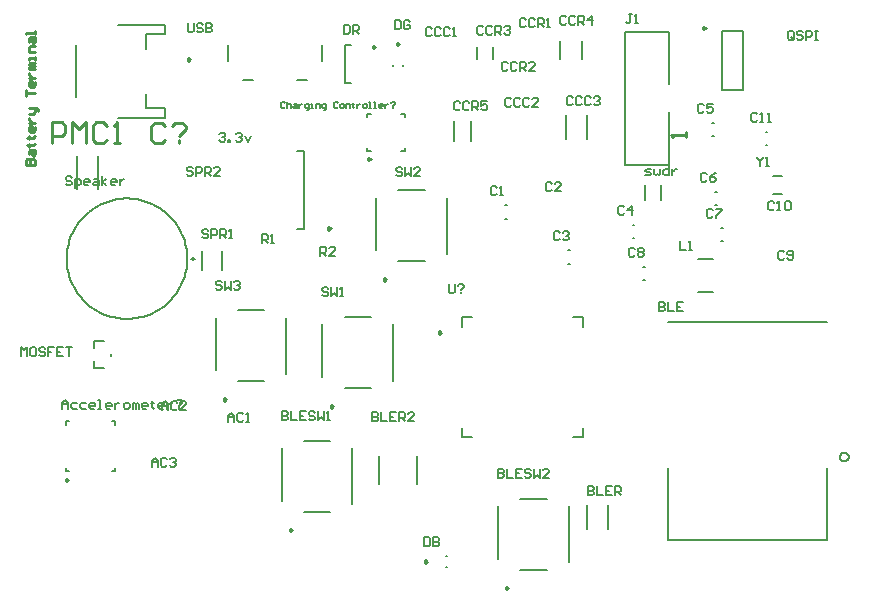
<source format=gto>
G04*
G04 #@! TF.GenerationSoftware,Altium Limited,Altium Designer,21.1.1 (26)*
G04*
G04 Layer_Color=65535*
%FSLAX25Y25*%
%MOIN*%
G70*
G04*
G04 #@! TF.SameCoordinates,FA571921-0CF2-429E-B5E0-1F6894B57ED5*
G04*
G04*
G04 #@! TF.FilePolarity,Positive*
G04*
G01*
G75*
%ADD10C,0.00984*%
%ADD11C,0.00591*%
%ADD12C,0.00787*%
%ADD13C,0.00600*%
%ADD14C,0.00500*%
%ADD15C,0.01000*%
D10*
X214339Y487496D02*
X213600Y487922D01*
Y487070D01*
X214339Y487496D01*
X222492Y488587D02*
X221754Y489013D01*
Y488160D01*
X222492Y488587D01*
X212882Y450240D02*
X212144Y450666D01*
Y449814D01*
X212882Y450240D01*
X324543Y493847D02*
X323805Y494273D01*
Y493420D01*
X324543Y493847D01*
X236335Y392362D02*
X235596Y392788D01*
Y391936D01*
X236335Y392362D01*
X218134Y410087D02*
X217396Y410513D01*
Y409660D01*
X218134Y410087D01*
X200276Y367791D02*
X199538Y368218D01*
Y367365D01*
X200276Y367791D01*
X231653Y316000D02*
X230915Y316426D01*
Y315574D01*
X231653Y316000D01*
X258776Y307291D02*
X258037Y307718D01*
Y306865D01*
X258776Y307291D01*
X186634Y326587D02*
X185896Y327013D01*
Y326160D01*
X186634Y326587D01*
X152630Y483437D02*
X151892Y483863D01*
Y483011D01*
X152630Y483437D01*
X199528Y427087D02*
X198789Y427513D01*
Y426660D01*
X199528Y427087D01*
X164634Y370087D02*
X163896Y370513D01*
Y369660D01*
X164634Y370087D01*
X111921Y343280D02*
X111183Y343706D01*
Y342853D01*
X111921Y343280D01*
D11*
X151736Y417000D02*
X151711Y418001D01*
X151636Y418999D01*
X151512Y419993D01*
X151338Y420978D01*
X151115Y421955D01*
X150844Y422918D01*
X150525Y423867D01*
X150160Y424799D01*
X149748Y425712D01*
X149291Y426603D01*
X148790Y427470D01*
X148247Y428311D01*
X147663Y429124D01*
X147039Y429906D01*
X146376Y430657D01*
X145677Y431374D01*
X144943Y432055D01*
X144176Y432698D01*
X143378Y433303D01*
X142551Y433867D01*
X141697Y434389D01*
X140817Y434867D01*
X139916Y435302D01*
X138993Y435691D01*
X138052Y436033D01*
X137095Y436328D01*
X136125Y436575D01*
X135144Y436774D01*
X134154Y436923D01*
X133158Y437023D01*
X132158Y437073D01*
X131157D01*
X130157Y437023D01*
X129161Y436923D01*
X128171Y436774D01*
X127190Y436575D01*
X126219Y436328D01*
X125263Y436033D01*
X124322Y435691D01*
X123399Y435302D01*
X122497Y434867D01*
X121618Y434389D01*
X120764Y433867D01*
X119937Y433303D01*
X119139Y432698D01*
X118372Y432055D01*
X117638Y431374D01*
X116939Y430657D01*
X116276Y429906D01*
X115652Y429124D01*
X115068Y428311D01*
X114524Y427470D01*
X114024Y426603D01*
X113567Y425712D01*
X113155Y424799D01*
X112790Y423867D01*
X112471Y422918D01*
X112199Y421955D01*
X111977Y420978D01*
X111803Y419993D01*
X111678Y418999D01*
X111604Y418001D01*
X111579Y417000D01*
X111604Y415999D01*
X111678Y415001D01*
X111803Y414007D01*
X111977Y413022D01*
X112199Y412045D01*
X112471Y411082D01*
X112790Y410133D01*
X113155Y409201D01*
X113567Y408288D01*
X114024Y407397D01*
X114524Y406530D01*
X115068Y405689D01*
X115652Y404876D01*
X116276Y404094D01*
X116939Y403343D01*
X117638Y402626D01*
X118372Y401945D01*
X119139Y401302D01*
X119937Y400697D01*
X120764Y400133D01*
X121618Y399611D01*
X122497Y399132D01*
X123399Y398698D01*
X124322Y398309D01*
X125263Y397967D01*
X126219Y397672D01*
X127190Y397425D01*
X128171Y397226D01*
X129161Y397077D01*
X130157Y396977D01*
X131157Y396927D01*
X132158D01*
X133158Y396977D01*
X134154Y397077D01*
X135144Y397226D01*
X136125Y397425D01*
X137096Y397672D01*
X138052Y397967D01*
X138993Y398309D01*
X139916Y398698D01*
X140818Y399132D01*
X141697Y399611D01*
X142551Y400133D01*
X143378Y400697D01*
X144176Y401302D01*
X144943Y401945D01*
X145677Y402626D01*
X146376Y403343D01*
X147039Y404094D01*
X147663Y404876D01*
X148247Y405689D01*
X148791Y406530D01*
X149291Y407397D01*
X149748Y408288D01*
X150160Y409201D01*
X150525Y410133D01*
X150844Y411082D01*
X151115Y412045D01*
X151338Y413022D01*
X151512Y414008D01*
X151636Y415001D01*
X151711Y415999D01*
X151736Y417000D01*
D12*
X372203Y350839D02*
X371871Y351751D01*
X371030Y352237D01*
X370074Y352068D01*
X369450Y351324D01*
Y350353D01*
X370074Y349609D01*
X371030Y349441D01*
X371871Y349926D01*
X372203Y350839D01*
X278154Y457039D02*
Y464961D01*
X284846Y457039D02*
Y464961D01*
X204201Y475685D02*
Y488283D01*
X206268D01*
X204201Y475685D02*
X206268D01*
X223772Y481303D02*
Y481697D01*
X220228Y481303D02*
Y481697D01*
X224201Y452799D02*
Y453921D01*
X223079Y452799D02*
X224201D01*
Y464079D02*
Y465201D01*
X223079D02*
X224201D01*
X211799D02*
X212921D01*
X211799Y464079D02*
Y465201D01*
Y452799D02*
Y453921D01*
Y452799D02*
X212921D01*
X283240Y483547D02*
Y489453D01*
X275957Y483547D02*
Y489453D01*
X240601Y456208D02*
Y462792D01*
X246399Y456208D02*
Y462792D01*
X253657Y483433D02*
Y487567D01*
X248343Y483433D02*
Y487567D01*
X153705Y416409D02*
Y417591D01*
X153114Y417000D02*
X154295D01*
X329957Y473157D02*
Y492843D01*
X337043Y473157D02*
Y492843D01*
X329957D02*
X337043D01*
X329957Y473157D02*
X337043D01*
X365075Y323083D02*
Y347295D01*
X311925Y395917D02*
X365075D01*
X311925Y323083D02*
Y347295D01*
Y323083D02*
X365075D01*
X347122Y438547D02*
X349878D01*
X347122Y444453D02*
X349878D01*
X243421Y394331D02*
Y397579D01*
Y357421D02*
Y360669D01*
X280331Y357421D02*
X283579D01*
X243421D02*
X246669D01*
X283579Y394331D02*
Y397579D01*
Y357421D02*
Y360669D01*
X280331Y397579D02*
X283579D01*
X243421D02*
X246669D01*
X222169Y416189D02*
X230941D01*
X222059Y439811D02*
X230941D01*
X238311Y418638D02*
Y437362D01*
X214689Y419732D02*
Y437362D01*
X122067Y440220D02*
Y451292D01*
X114933Y440220D02*
Y451292D01*
X204311Y373894D02*
X213083D01*
X204201Y397516D02*
X213083D01*
X220453Y376343D02*
Y395067D01*
X196831Y377437D02*
Y395067D01*
X304343Y436495D02*
Y441505D01*
X309657Y436495D02*
Y441505D01*
X228496Y341917D02*
Y351366D01*
X215504Y341917D02*
Y351366D01*
X238051Y314228D02*
X238445D01*
X238051Y317772D02*
X238445D01*
X262811Y313394D02*
X271583D01*
X262701Y337016D02*
X271583D01*
X278953Y315843D02*
Y334567D01*
X255331Y316937D02*
Y334567D01*
X190669Y332689D02*
X199441D01*
X190559Y356311D02*
X199441D01*
X206811Y335138D02*
Y353862D01*
X183189Y336232D02*
Y353862D01*
X285154Y327039D02*
Y334961D01*
X291846Y327039D02*
Y334961D01*
X170370Y476508D02*
X173717D01*
X165252Y483004D02*
Y488319D01*
X196748Y483004D02*
Y488319D01*
X188283Y476508D02*
X191630D01*
X114539Y470839D02*
Y488161D01*
X128713Y463949D02*
X144461D01*
Y467098D01*
X138161D02*
X144461D01*
X138161D02*
Y472020D01*
Y486980D02*
Y491902D01*
X144461D01*
Y495051D01*
X128713D02*
X144461D01*
X188406Y427008D02*
X190571D01*
X188406Y452992D02*
X190571D01*
Y427008D02*
Y452992D01*
X163346Y413350D02*
Y419650D01*
X156654Y413350D02*
Y419650D01*
X257803Y434764D02*
X258197D01*
X257803Y430236D02*
X258197D01*
X168669Y376189D02*
X177441D01*
X168559Y399811D02*
X177441D01*
X184811Y378638D02*
Y397362D01*
X161189Y379732D02*
Y397362D01*
X300303Y428264D02*
X300697D01*
X300303Y423736D02*
X300697D01*
X278803Y419764D02*
X279197D01*
X278803Y415236D02*
X279197D01*
X303803Y414264D02*
X304197D01*
X303803Y409736D02*
X304197D01*
X329803Y427264D02*
X330197D01*
X329803Y422736D02*
X330197D01*
X327803Y439264D02*
X328197D01*
X327803Y434736D02*
X328197D01*
X326803Y462264D02*
X327197D01*
X326803Y457736D02*
X327197D01*
X322043Y405988D02*
X327161D01*
X322043Y417012D02*
X327161D01*
X344654Y459264D02*
X345047D01*
X344654Y454736D02*
X345047D01*
X127768Y346232D02*
Y347315D01*
X126685Y346232D02*
X127768D01*
Y361685D02*
Y362768D01*
X126685D02*
X127768D01*
X111232D02*
X112315D01*
X111232Y361685D02*
Y362768D01*
Y346232D02*
Y347315D01*
Y346232D02*
X112315D01*
D13*
X120533Y380563D02*
Y382803D01*
X126455Y384638D02*
Y385362D01*
X120533Y389437D02*
X123894D01*
X120533Y387197D02*
Y389437D01*
Y380563D02*
X123894D01*
D14*
X297717Y448354D02*
Y492646D01*
Y448354D02*
X312283D01*
X297717Y492646D02*
X312283D01*
Y448354D02*
Y465874D01*
Y475126D02*
Y492646D01*
X280299Y470699D02*
X279800Y471199D01*
X278800D01*
X278300Y470699D01*
Y468700D01*
X278800Y468200D01*
X279800D01*
X280299Y468700D01*
X283298Y470699D02*
X282799Y471199D01*
X281799D01*
X281299Y470699D01*
Y468700D01*
X281799Y468200D01*
X282799D01*
X283298Y468700D01*
X286297Y470699D02*
X285798Y471199D01*
X284798D01*
X284298Y470699D01*
Y468700D01*
X284798Y468200D01*
X285798D01*
X286297Y468700D01*
X287297Y470699D02*
X287797Y471199D01*
X288797D01*
X289296Y470699D01*
Y470199D01*
X288797Y469699D01*
X288297D01*
X288797D01*
X289296Y469200D01*
Y468700D01*
X288797Y468200D01*
X287797D01*
X287297Y468700D01*
X259799Y470099D02*
X259299Y470599D01*
X258300D01*
X257800Y470099D01*
Y468100D01*
X258300Y467600D01*
X259299D01*
X259799Y468100D01*
X262798Y470099D02*
X262298Y470599D01*
X261299D01*
X260799Y470099D01*
Y468100D01*
X261299Y467600D01*
X262298D01*
X262798Y468100D01*
X265797Y470099D02*
X265298Y470599D01*
X264298D01*
X263798Y470099D01*
Y468100D01*
X264298Y467600D01*
X265298D01*
X265797Y468100D01*
X268796Y467600D02*
X266797D01*
X268796Y469599D01*
Y470099D01*
X268297Y470599D01*
X267297D01*
X266797Y470099D01*
X203900Y494999D02*
Y492000D01*
X205399D01*
X205899Y492500D01*
Y494499D01*
X205399Y494999D01*
X203900D01*
X206899Y492000D02*
Y494999D01*
X208399D01*
X208898Y494499D01*
Y493500D01*
X208399Y493000D01*
X206899D01*
X207899D02*
X208898Y492000D01*
X221001Y496499D02*
Y493501D01*
X222500D01*
X223000Y494000D01*
Y496000D01*
X222500Y496499D01*
X221001D01*
X225999Y496000D02*
X225499Y496499D01*
X224500D01*
X224000Y496000D01*
Y494000D01*
X224500Y493501D01*
X225499D01*
X225999Y494000D01*
Y495000D01*
X224999D01*
X184339Y469000D02*
X184006Y469333D01*
X183339D01*
X183006Y469000D01*
Y467667D01*
X183339Y467334D01*
X184006D01*
X184339Y467667D01*
X185005Y469333D02*
Y467334D01*
Y468333D01*
X185339Y468666D01*
X186005D01*
X186338Y468333D01*
Y467334D01*
X187338Y468666D02*
X188005D01*
X188338Y468333D01*
Y467334D01*
X187338D01*
X187005Y467667D01*
X187338Y468000D01*
X188338D01*
X189004Y468666D02*
Y467334D01*
Y468000D01*
X189337Y468333D01*
X189671Y468666D01*
X190004D01*
X191670Y466667D02*
X192003D01*
X192336Y467000D01*
Y468666D01*
X191337D01*
X191004Y468333D01*
Y467667D01*
X191337Y467334D01*
X192336D01*
X193003D02*
X193669D01*
X193336D01*
Y468666D01*
X193003D01*
X194669Y467334D02*
Y468666D01*
X195669D01*
X196002Y468333D01*
Y467334D01*
X197335Y466667D02*
X197668D01*
X198001Y467000D01*
Y468666D01*
X197002D01*
X196668Y468333D01*
Y467667D01*
X197002Y467334D01*
X198001D01*
X202000Y469000D02*
X201667Y469333D01*
X201000D01*
X200667Y469000D01*
Y467667D01*
X201000Y467334D01*
X201667D01*
X202000Y467667D01*
X203000Y467334D02*
X203666D01*
X203999Y467667D01*
Y468333D01*
X203666Y468666D01*
X203000D01*
X202666Y468333D01*
Y467667D01*
X203000Y467334D01*
X204666D02*
Y468666D01*
X205665D01*
X205999Y468333D01*
Y467334D01*
X206998Y469000D02*
Y468666D01*
X206665D01*
X207332D01*
X206998D01*
Y467667D01*
X207332Y467334D01*
X208331Y468666D02*
Y467334D01*
Y468000D01*
X208664Y468333D01*
X208998Y468666D01*
X209331D01*
X210664Y467334D02*
X211330D01*
X211664Y467667D01*
Y468333D01*
X211330Y468666D01*
X210664D01*
X210331Y468333D01*
Y467667D01*
X210664Y467334D01*
X212330D02*
X212996D01*
X212663D01*
Y469333D01*
X212330D01*
X213996Y467334D02*
X214663D01*
X214329D01*
Y469333D01*
X213996D01*
X216662Y467334D02*
X215996D01*
X215662Y467667D01*
Y468333D01*
X215996Y468666D01*
X216662D01*
X216995Y468333D01*
Y468000D01*
X215662D01*
X217662Y468666D02*
Y467334D01*
Y468000D01*
X217995Y468333D01*
X218328Y468666D01*
X218661D01*
X219661Y469000D02*
X219994Y469333D01*
X220661D01*
X220994Y469000D01*
Y468666D01*
X220327Y468000D01*
Y467667D02*
Y467334D01*
X278099Y497499D02*
X277600Y497999D01*
X276600D01*
X276100Y497499D01*
Y495500D01*
X276600Y495000D01*
X277600D01*
X278099Y495500D01*
X281098Y497499D02*
X280598Y497999D01*
X279599D01*
X279099Y497499D01*
Y495500D01*
X279599Y495000D01*
X280598D01*
X281098Y495500D01*
X282098Y495000D02*
Y497999D01*
X283598D01*
X284097Y497499D01*
Y496499D01*
X283598Y496000D01*
X282098D01*
X283098D02*
X284097Y495000D01*
X286597D02*
Y497999D01*
X285097Y496499D01*
X287096D01*
X264599Y496599D02*
X264100Y497099D01*
X263100D01*
X262600Y496599D01*
Y494600D01*
X263100Y494100D01*
X264100D01*
X264599Y494600D01*
X267598Y496599D02*
X267098Y497099D01*
X266099D01*
X265599Y496599D01*
Y494600D01*
X266099Y494100D01*
X267098D01*
X267598Y494600D01*
X268598Y494100D02*
Y497099D01*
X270098D01*
X270597Y496599D01*
Y495600D01*
X270098Y495100D01*
X268598D01*
X269598D02*
X270597Y494100D01*
X271597D02*
X272597D01*
X272097D01*
Y497099D01*
X271597Y496599D01*
X258599Y482099D02*
X258100Y482599D01*
X257100D01*
X256600Y482099D01*
Y480100D01*
X257100Y479600D01*
X258100D01*
X258599Y480100D01*
X261598Y482099D02*
X261099Y482599D01*
X260099D01*
X259599Y482099D01*
Y480100D01*
X260099Y479600D01*
X261099D01*
X261598Y480100D01*
X262598Y479600D02*
Y482599D01*
X264098D01*
X264597Y482099D01*
Y481100D01*
X264098Y480600D01*
X262598D01*
X263598D02*
X264597Y479600D01*
X267596D02*
X265597D01*
X267596Y481599D01*
Y482099D01*
X267097Y482599D01*
X266097D01*
X265597Y482099D01*
X242699Y468999D02*
X242199Y469499D01*
X241200D01*
X240700Y468999D01*
Y467000D01*
X241200Y466500D01*
X242199D01*
X242699Y467000D01*
X245698Y468999D02*
X245198Y469499D01*
X244199D01*
X243699Y468999D01*
Y467000D01*
X244199Y466500D01*
X245198D01*
X245698Y467000D01*
X246698Y466500D02*
Y469499D01*
X248198D01*
X248697Y468999D01*
Y468000D01*
X248198Y467500D01*
X246698D01*
X247698D02*
X248697Y466500D01*
X251696Y469499D02*
X249697D01*
Y468000D01*
X250697Y468499D01*
X251197D01*
X251696Y468000D01*
Y467000D01*
X251197Y466500D01*
X250197D01*
X249697Y467000D01*
X250399Y494199D02*
X249900Y494699D01*
X248900D01*
X248400Y494199D01*
Y492200D01*
X248900Y491700D01*
X249900D01*
X250399Y492200D01*
X253398Y494199D02*
X252899Y494699D01*
X251899D01*
X251399Y494199D01*
Y492200D01*
X251899Y491700D01*
X252899D01*
X253398Y492200D01*
X254398Y491700D02*
Y494699D01*
X255898D01*
X256397Y494199D01*
Y493199D01*
X255898Y492700D01*
X254398D01*
X255398D02*
X256397Y491700D01*
X257397Y494199D02*
X257897Y494699D01*
X258897D01*
X259396Y494199D01*
Y493699D01*
X258897Y493199D01*
X258397D01*
X258897D01*
X259396Y492700D01*
Y492200D01*
X258897Y491700D01*
X257897D01*
X257397Y492200D01*
X233299Y493599D02*
X232800Y494099D01*
X231800D01*
X231300Y493599D01*
Y491600D01*
X231800Y491100D01*
X232800D01*
X233299Y491600D01*
X236298Y493599D02*
X235799Y494099D01*
X234799D01*
X234299Y493599D01*
Y491600D01*
X234799Y491100D01*
X235799D01*
X236298Y491600D01*
X239297Y493599D02*
X238798Y494099D01*
X237798D01*
X237298Y493599D01*
Y491600D01*
X237798Y491100D01*
X238798D01*
X239297Y491600D01*
X240297Y491100D02*
X241297D01*
X240797D01*
Y494099D01*
X240297Y493599D01*
X341600Y450999D02*
Y450499D01*
X342600Y449500D01*
X343599Y450499D01*
Y450999D01*
X342600Y449500D02*
Y448000D01*
X344599D02*
X345599D01*
X345099D01*
Y450999D01*
X344599Y450499D01*
X152001Y495500D02*
Y493000D01*
X152501Y492500D01*
X153501D01*
X154001Y493000D01*
Y495500D01*
X157000Y495000D02*
X156500Y495500D01*
X155500D01*
X155000Y495000D01*
Y494500D01*
X155500Y494000D01*
X156500D01*
X157000Y493500D01*
Y493000D01*
X156500Y492500D01*
X155500D01*
X155000Y493000D01*
X157999Y495500D02*
Y492500D01*
X159499D01*
X159999Y493000D01*
Y493500D01*
X159499Y494000D01*
X157999D01*
X159499D01*
X159999Y494500D01*
Y495000D01*
X159499Y495500D01*
X157999D01*
X239001Y408499D02*
Y406000D01*
X239501Y405501D01*
X240500D01*
X241000Y406000D01*
Y408499D01*
X242000Y408000D02*
X242500Y408499D01*
X243499D01*
X243999Y408000D01*
Y407500D01*
X243000Y406500D01*
Y406000D02*
Y405501D01*
X304400Y444800D02*
X305900D01*
X306399Y445300D01*
X305900Y445800D01*
X304900D01*
X304400Y446300D01*
X304900Y446799D01*
X306399D01*
X307399D02*
Y445300D01*
X307899Y444800D01*
X308399Y445300D01*
X308898Y444800D01*
X309398Y445300D01*
Y446799D01*
X312397Y447799D02*
Y444800D01*
X310898D01*
X310398Y445300D01*
Y446300D01*
X310898Y446799D01*
X312397D01*
X313397D02*
Y444800D01*
Y445800D01*
X313897Y446300D01*
X314397Y446799D01*
X314897D01*
X163199Y409199D02*
X162699Y409699D01*
X161700D01*
X161200Y409199D01*
Y408699D01*
X161700Y408200D01*
X162699D01*
X163199Y407700D01*
Y407200D01*
X162699Y406700D01*
X161700D01*
X161200Y407200D01*
X164199Y409699D02*
Y406700D01*
X165199Y407700D01*
X166198Y406700D01*
Y409699D01*
X167198Y409199D02*
X167698Y409699D01*
X168698D01*
X169197Y409199D01*
Y408699D01*
X168698Y408200D01*
X168198D01*
X168698D01*
X169197Y407700D01*
Y407200D01*
X168698Y406700D01*
X167698D01*
X167198Y407200D01*
X223501Y447000D02*
X223001Y447500D01*
X222001D01*
X221501Y447000D01*
Y446500D01*
X222001Y446000D01*
X223001D01*
X223501Y445500D01*
Y445000D01*
X223001Y444500D01*
X222001D01*
X221501Y445000D01*
X224500Y447500D02*
Y444500D01*
X225500Y445500D01*
X226500Y444500D01*
Y447500D01*
X229499Y444500D02*
X227499D01*
X229499Y446500D01*
Y447000D01*
X228999Y447500D01*
X227999D01*
X227499Y447000D01*
X198799Y406899D02*
X198300Y407399D01*
X197300D01*
X196800Y406899D01*
Y406399D01*
X197300Y405899D01*
X198300D01*
X198799Y405400D01*
Y404900D01*
X198300Y404400D01*
X197300D01*
X196800Y404900D01*
X199799Y407399D02*
Y404400D01*
X200799Y405400D01*
X201798Y404400D01*
Y407399D01*
X202798Y404400D02*
X203798D01*
X203298D01*
Y407399D01*
X202798Y406899D01*
X153599Y447099D02*
X153100Y447599D01*
X152100D01*
X151600Y447099D01*
Y446599D01*
X152100Y446100D01*
X153100D01*
X153599Y445600D01*
Y445100D01*
X153100Y444600D01*
X152100D01*
X151600Y445100D01*
X154599Y444600D02*
Y447599D01*
X156099D01*
X156598Y447099D01*
Y446100D01*
X156099Y445600D01*
X154599D01*
X157598Y444600D02*
Y447599D01*
X159098D01*
X159597Y447099D01*
Y446100D01*
X159098Y445600D01*
X157598D01*
X158598D02*
X159597Y444600D01*
X162596D02*
X160597D01*
X162596Y446599D01*
Y447099D01*
X162097Y447599D01*
X161097D01*
X160597Y447099D01*
X158799Y426299D02*
X158300Y426799D01*
X157300D01*
X156800Y426299D01*
Y425799D01*
X157300Y425300D01*
X158300D01*
X158799Y424800D01*
Y424300D01*
X158300Y423800D01*
X157300D01*
X156800Y424300D01*
X159799Y423800D02*
Y426799D01*
X161299D01*
X161798Y426299D01*
Y425300D01*
X161299Y424800D01*
X159799D01*
X162798Y423800D02*
Y426799D01*
X164298D01*
X164797Y426299D01*
Y425300D01*
X164298Y424800D01*
X162798D01*
X163798D02*
X164797Y423800D01*
X165797D02*
X166797D01*
X166297D01*
Y426799D01*
X165797Y426299D01*
X113299Y443899D02*
X112800Y444399D01*
X111800D01*
X111300Y443899D01*
Y443399D01*
X111800Y442900D01*
X112800D01*
X113299Y442400D01*
Y441900D01*
X112800Y441400D01*
X111800D01*
X111300Y441900D01*
X114299Y440400D02*
Y443399D01*
X115799D01*
X116298Y442900D01*
Y441900D01*
X115799Y441400D01*
X114299D01*
X118798D02*
X117798D01*
X117298Y441900D01*
Y442900D01*
X117798Y443399D01*
X118798D01*
X119297Y442900D01*
Y442400D01*
X117298D01*
X120797Y443399D02*
X121797D01*
X122296Y442900D01*
Y441400D01*
X120797D01*
X120297Y441900D01*
X120797Y442400D01*
X122296D01*
X123296Y441400D02*
Y444399D01*
Y442400D02*
X124796Y443399D01*
X123296Y442400D02*
X124796Y441400D01*
X127795D02*
X126795D01*
X126295Y441900D01*
Y442900D01*
X126795Y443399D01*
X127795D01*
X128295Y442900D01*
Y442400D01*
X126295D01*
X129294Y443399D02*
Y441400D01*
Y442400D01*
X129794Y442900D01*
X130294Y443399D01*
X130794D01*
X196100Y417900D02*
Y420899D01*
X197599D01*
X198099Y420399D01*
Y419399D01*
X197599Y418900D01*
X196100D01*
X197100D02*
X198099Y417900D01*
X201098D02*
X199099D01*
X201098Y419899D01*
Y420399D01*
X200599Y420899D01*
X199599D01*
X199099Y420399D01*
X176600Y422200D02*
Y425199D01*
X178100D01*
X178599Y424699D01*
Y423700D01*
X178100Y423200D01*
X176600D01*
X177600D02*
X178599Y422200D01*
X179599D02*
X180599D01*
X180099D01*
Y425199D01*
X179599Y424699D01*
X354001Y490500D02*
Y492500D01*
X353501Y493000D01*
X352502D01*
X352002Y492500D01*
Y490500D01*
X352502Y490000D01*
X353501D01*
X353001Y491000D02*
X354001Y490000D01*
X353501D02*
X354001Y490500D01*
X357000Y492500D02*
X356500Y493000D01*
X355501D01*
X355001Y492500D01*
Y492000D01*
X355501Y491500D01*
X356500D01*
X357000Y491000D01*
Y490500D01*
X356500Y490000D01*
X355501D01*
X355001Y490500D01*
X358000Y490000D02*
Y493000D01*
X359499D01*
X359999Y492500D01*
Y491500D01*
X359499Y491000D01*
X358000D01*
X360999Y493000D02*
X361998D01*
X361498D01*
Y490000D01*
X360999D01*
X361998D01*
X96497Y384501D02*
Y387499D01*
X97496Y386500D01*
X98496Y387499D01*
Y384501D01*
X100995Y387499D02*
X99996D01*
X99496Y387000D01*
Y385000D01*
X99996Y384501D01*
X100995D01*
X101495Y385000D01*
Y387000D01*
X100995Y387499D01*
X104494Y387000D02*
X103994Y387499D01*
X102995D01*
X102495Y387000D01*
Y386500D01*
X102995Y386000D01*
X103994D01*
X104494Y385500D01*
Y385000D01*
X103994Y384501D01*
X102995D01*
X102495Y385000D01*
X107493Y387499D02*
X105494D01*
Y386000D01*
X106493D01*
X105494D01*
Y384501D01*
X110492Y387499D02*
X108493D01*
Y384501D01*
X110492D01*
X108493Y386000D02*
X109493D01*
X111492Y387499D02*
X113491D01*
X112492D01*
Y384501D01*
X315900Y422999D02*
Y420000D01*
X317899D01*
X318899D02*
X319899D01*
X319399D01*
Y422999D01*
X318899Y422499D01*
X299999Y498399D02*
X299000D01*
X299500D01*
Y495900D01*
X299000Y495400D01*
X298500D01*
X298000Y495900D01*
X300999Y495400D02*
X301999D01*
X301499D01*
Y498399D01*
X300999Y497899D01*
X230700Y324099D02*
Y321100D01*
X232200D01*
X232699Y321600D01*
Y323599D01*
X232200Y324099D01*
X230700D01*
X233699D02*
Y321100D01*
X235198D01*
X235698Y321600D01*
Y322100D01*
X235198Y322600D01*
X233699D01*
X235198D01*
X235698Y323099D01*
Y323599D01*
X235198Y324099D01*
X233699D01*
X341699Y465199D02*
X341199Y465699D01*
X340200D01*
X339700Y465199D01*
Y463200D01*
X340200Y462700D01*
X341199D01*
X341699Y463200D01*
X342699Y462700D02*
X343699D01*
X343199D01*
Y465699D01*
X342699Y465199D01*
X345198Y462700D02*
X346198D01*
X345698D01*
Y465699D01*
X345198Y465199D01*
X347399Y435699D02*
X346900Y436199D01*
X345900D01*
X345400Y435699D01*
Y433700D01*
X345900Y433200D01*
X346900D01*
X347399Y433700D01*
X348399Y433200D02*
X349399D01*
X348899D01*
Y436199D01*
X348399Y435699D01*
X350898D02*
X351398Y436199D01*
X352398D01*
X352898Y435699D01*
Y433700D01*
X352398Y433200D01*
X351398D01*
X350898Y433700D01*
Y435699D01*
X350699Y419199D02*
X350200Y419699D01*
X349200D01*
X348700Y419199D01*
Y417200D01*
X349200Y416700D01*
X350200D01*
X350699Y417200D01*
X351699D02*
X352199Y416700D01*
X353199D01*
X353698Y417200D01*
Y419199D01*
X353199Y419699D01*
X352199D01*
X351699Y419199D01*
Y418699D01*
X352199Y418199D01*
X353698D01*
X300899Y420199D02*
X300399Y420699D01*
X299400D01*
X298900Y420199D01*
Y418200D01*
X299400Y417700D01*
X300399D01*
X300899Y418200D01*
X301899Y420199D02*
X302399Y420699D01*
X303398D01*
X303898Y420199D01*
Y419699D01*
X303398Y419200D01*
X303898Y418700D01*
Y418200D01*
X303398Y417700D01*
X302399D01*
X301899Y418200D01*
Y418700D01*
X302399Y419200D01*
X301899Y419699D01*
Y420199D01*
X302399Y419200D02*
X303398D01*
X326899Y433199D02*
X326399Y433699D01*
X325400D01*
X324900Y433199D01*
Y431200D01*
X325400Y430700D01*
X326399D01*
X326899Y431200D01*
X327899Y433699D02*
X329898D01*
Y433199D01*
X327899Y431200D01*
Y430700D01*
X324899Y445199D02*
X324399Y445699D01*
X323400D01*
X322900Y445199D01*
Y443200D01*
X323400Y442700D01*
X324399D01*
X324899Y443200D01*
X327898Y445699D02*
X326899Y445199D01*
X325899Y444200D01*
Y443200D01*
X326399Y442700D01*
X327398D01*
X327898Y443200D01*
Y443700D01*
X327398Y444200D01*
X325899D01*
X323899Y468199D02*
X323399Y468699D01*
X322400D01*
X321900Y468199D01*
Y466200D01*
X322400Y465700D01*
X323399D01*
X323899Y466200D01*
X326898Y468699D02*
X324899D01*
Y467200D01*
X325899Y467699D01*
X326398D01*
X326898Y467200D01*
Y466200D01*
X326398Y465700D01*
X325399D01*
X324899Y466200D01*
X297399Y434199D02*
X296900Y434699D01*
X295900D01*
X295400Y434199D01*
Y432200D01*
X295900Y431700D01*
X296900D01*
X297399Y432200D01*
X299899Y431700D02*
Y434699D01*
X298399Y433200D01*
X300398D01*
X275899Y425699D02*
X275399Y426199D01*
X274400D01*
X273900Y425699D01*
Y423700D01*
X274400Y423200D01*
X275399D01*
X275899Y423700D01*
X276899Y425699D02*
X277399Y426199D01*
X278398D01*
X278898Y425699D01*
Y425199D01*
X278398Y424699D01*
X277899D01*
X278398D01*
X278898Y424200D01*
Y423700D01*
X278398Y423200D01*
X277399D01*
X276899Y423700D01*
X273199Y441999D02*
X272699Y442499D01*
X271700D01*
X271200Y441999D01*
Y440000D01*
X271700Y439500D01*
X272699D01*
X273199Y440000D01*
X276198Y439500D02*
X274199D01*
X276198Y441499D01*
Y441999D01*
X275698Y442499D01*
X274699D01*
X274199Y441999D01*
X254899Y440699D02*
X254399Y441199D01*
X253400D01*
X252900Y440699D01*
Y438700D01*
X253400Y438200D01*
X254399D01*
X254899Y438700D01*
X255899Y438200D02*
X256899D01*
X256399D01*
Y441199D01*
X255899Y440699D01*
X309000Y402499D02*
Y399500D01*
X310500D01*
X310999Y400000D01*
Y400500D01*
X310500Y400999D01*
X309000D01*
X310500D01*
X310999Y401499D01*
Y401999D01*
X310500Y402499D01*
X309000D01*
X311999D02*
Y399500D01*
X313998D01*
X316997Y402499D02*
X314998D01*
Y399500D01*
X316997D01*
X314998Y400999D02*
X315998D01*
X255300Y346899D02*
Y343900D01*
X256800D01*
X257299Y344400D01*
Y344900D01*
X256800Y345399D01*
X255300D01*
X256800D01*
X257299Y345899D01*
Y346399D01*
X256800Y346899D01*
X255300D01*
X258299D02*
Y343900D01*
X260298D01*
X263297Y346899D02*
X261298D01*
Y343900D01*
X263297D01*
X261298Y345399D02*
X262298D01*
X266296Y346399D02*
X265797Y346899D01*
X264797D01*
X264297Y346399D01*
Y345899D01*
X264797Y345399D01*
X265797D01*
X266296Y344900D01*
Y344400D01*
X265797Y343900D01*
X264797D01*
X264297Y344400D01*
X267296Y346899D02*
Y343900D01*
X268296Y344900D01*
X269296Y343900D01*
Y346899D01*
X272294Y343900D02*
X270295D01*
X272294Y345899D01*
Y346399D01*
X271795Y346899D01*
X270795D01*
X270295Y346399D01*
X183200Y366199D02*
Y363200D01*
X184699D01*
X185199Y363700D01*
Y364200D01*
X184699Y364700D01*
X183200D01*
X184699D01*
X185199Y365199D01*
Y365699D01*
X184699Y366199D01*
X183200D01*
X186199D02*
Y363200D01*
X188198D01*
X191197Y366199D02*
X189198D01*
Y363200D01*
X191197D01*
X189198Y364700D02*
X190198D01*
X194196Y365699D02*
X193697Y366199D01*
X192697D01*
X192197Y365699D01*
Y365199D01*
X192697Y364700D01*
X193697D01*
X194196Y364200D01*
Y363700D01*
X193697Y363200D01*
X192697D01*
X192197Y363700D01*
X195196Y366199D02*
Y363200D01*
X196196Y364200D01*
X197195Y363200D01*
Y366199D01*
X198195Y363200D02*
X199195D01*
X198695D01*
Y366199D01*
X198195Y365699D01*
X285300Y341199D02*
Y338200D01*
X286800D01*
X287299Y338700D01*
Y339200D01*
X286800Y339700D01*
X285300D01*
X286800D01*
X287299Y340199D01*
Y340699D01*
X286800Y341199D01*
X285300D01*
X288299D02*
Y338200D01*
X290298D01*
X293297Y341199D02*
X291298D01*
Y338200D01*
X293297D01*
X291298Y339700D02*
X292298D01*
X294297Y338200D02*
Y341199D01*
X295797D01*
X296296Y340699D01*
Y339700D01*
X295797Y339200D01*
X294297D01*
X295297D02*
X296296Y338200D01*
X213500Y365799D02*
Y362800D01*
X215000D01*
X215499Y363300D01*
Y363800D01*
X215000Y364300D01*
X213500D01*
X215000D01*
X215499Y364799D01*
Y365299D01*
X215000Y365799D01*
X213500D01*
X216499D02*
Y362800D01*
X218498D01*
X221497Y365799D02*
X219498D01*
Y362800D01*
X221497D01*
X219498Y364300D02*
X220498D01*
X222497Y362800D02*
Y365799D01*
X223997D01*
X224496Y365299D01*
Y364300D01*
X223997Y363800D01*
X222497D01*
X223497D02*
X224496Y362800D01*
X227496D02*
X225496D01*
X227496Y364799D01*
Y365299D01*
X226996Y365799D01*
X225996D01*
X225496Y365299D01*
X110100Y366900D02*
Y368899D01*
X111100Y369899D01*
X112099Y368899D01*
Y366900D01*
Y368400D01*
X110100D01*
X115098Y368899D02*
X113599D01*
X113099Y368400D01*
Y367400D01*
X113599Y366900D01*
X115098D01*
X118097Y368899D02*
X116598D01*
X116098Y368400D01*
Y367400D01*
X116598Y366900D01*
X118097D01*
X120597D02*
X119597D01*
X119097Y367400D01*
Y368400D01*
X119597Y368899D01*
X120597D01*
X121096Y368400D01*
Y367900D01*
X119097D01*
X122096Y366900D02*
X123096D01*
X122596D01*
Y369899D01*
X122096D01*
X126095Y366900D02*
X125095D01*
X124595Y367400D01*
Y368400D01*
X125095Y368899D01*
X126095D01*
X126595Y368400D01*
Y367900D01*
X124595D01*
X127594Y368899D02*
Y366900D01*
Y367900D01*
X128094Y368400D01*
X128594Y368899D01*
X129094D01*
X131093Y366900D02*
X132093D01*
X132593Y367400D01*
Y368400D01*
X132093Y368899D01*
X131093D01*
X130593Y368400D01*
Y367400D01*
X131093Y366900D01*
X133592D02*
Y368899D01*
X134092D01*
X134592Y368400D01*
Y366900D01*
Y368400D01*
X135092Y368899D01*
X135592Y368400D01*
Y366900D01*
X138091D02*
X137091D01*
X136591Y367400D01*
Y368400D01*
X137091Y368899D01*
X138091D01*
X138591Y368400D01*
Y367900D01*
X136591D01*
X140090Y369399D02*
Y368899D01*
X139591D01*
X140590D01*
X140090D01*
Y367400D01*
X140590Y366900D01*
X143589D02*
X142589D01*
X142090Y367400D01*
Y368400D01*
X142589Y368899D01*
X143589D01*
X144089Y368400D01*
Y367900D01*
X142090D01*
X145089Y368899D02*
Y366900D01*
Y367900D01*
X145589Y368400D01*
X146088Y368899D01*
X146588D01*
X148088Y369399D02*
X148588Y369899D01*
X149587D01*
X150087Y369399D01*
Y368899D01*
X149087Y367900D01*
Y367400D02*
Y366900D01*
X139900Y347700D02*
Y349699D01*
X140900Y350699D01*
X141899Y349699D01*
Y347700D01*
Y349200D01*
X139900D01*
X144898Y350199D02*
X144399Y350699D01*
X143399D01*
X142899Y350199D01*
Y348200D01*
X143399Y347700D01*
X144399D01*
X144898Y348200D01*
X145898Y350199D02*
X146398Y350699D01*
X147398D01*
X147897Y350199D01*
Y349699D01*
X147398Y349200D01*
X146898D01*
X147398D01*
X147897Y348700D01*
Y348200D01*
X147398Y347700D01*
X146398D01*
X145898Y348200D01*
X143400Y366500D02*
Y368499D01*
X144400Y369499D01*
X145399Y368499D01*
Y366500D01*
Y368000D01*
X143400D01*
X148398Y368999D02*
X147899Y369499D01*
X146899D01*
X146399Y368999D01*
Y367000D01*
X146899Y366500D01*
X147899D01*
X148398Y367000D01*
X151397Y366500D02*
X149398D01*
X151397Y368499D01*
Y368999D01*
X150898Y369499D01*
X149898D01*
X149398Y368999D01*
X165400Y362600D02*
Y364599D01*
X166400Y365599D01*
X167399Y364599D01*
Y362600D01*
Y364100D01*
X165400D01*
X170398Y365099D02*
X169899Y365599D01*
X168899D01*
X168399Y365099D01*
Y363100D01*
X168899Y362600D01*
X169899D01*
X170398Y363100D01*
X171398Y362600D02*
X172398D01*
X171898D01*
Y365599D01*
X171398Y365099D01*
X162400Y458499D02*
X162900Y458999D01*
X163900D01*
X164399Y458499D01*
Y457999D01*
X163900Y457500D01*
X163400D01*
X163900D01*
X164399Y457000D01*
Y456500D01*
X163900Y456000D01*
X162900D01*
X162400Y456500D01*
X165399Y456000D02*
Y456500D01*
X165899D01*
Y456000D01*
X165399D01*
X167898Y458499D02*
X168398Y458999D01*
X169398D01*
X169898Y458499D01*
Y457999D01*
X169398Y457500D01*
X168898D01*
X169398D01*
X169898Y457000D01*
Y456500D01*
X169398Y456000D01*
X168398D01*
X167898Y456500D01*
X170897Y457999D02*
X171897Y456000D01*
X172897Y457999D01*
D15*
X318002Y457498D02*
Y459165D01*
Y458332D01*
X313000D01*
X313834Y457498D01*
X106504Y455563D02*
Y462461D01*
X109953D01*
X111102Y461311D01*
Y459012D01*
X109953Y457862D01*
X106504D01*
X113401Y455563D02*
Y462461D01*
X115701Y460161D01*
X118000Y462461D01*
Y455563D01*
X124898Y461311D02*
X123748Y462461D01*
X121449D01*
X120299Y461311D01*
Y456713D01*
X121449Y455563D01*
X123748D01*
X124898Y456713D01*
X127197Y455563D02*
X129496D01*
X128347D01*
Y462461D01*
X127197Y461311D01*
X144350Y461229D02*
X143201Y462378D01*
X140902D01*
X139752Y461229D01*
Y456630D01*
X140902Y455480D01*
X143201D01*
X144350Y456630D01*
X146650Y461229D02*
X147799Y462378D01*
X150099D01*
X151248Y461229D01*
Y460079D01*
X148949Y457780D01*
Y456630D02*
Y455480D01*
X98001Y448257D02*
X101000D01*
Y449757D01*
X100500Y450256D01*
X100000D01*
X99500Y449757D01*
Y448257D01*
Y449757D01*
X99000Y450256D01*
X98501D01*
X98001Y449757D01*
Y448257D01*
X99000Y451756D02*
Y452756D01*
X99500Y453256D01*
X101000D01*
Y451756D01*
X100500Y451256D01*
X100000Y451756D01*
Y453256D01*
X98501Y454755D02*
X99000D01*
Y454255D01*
Y455255D01*
Y454755D01*
X100500D01*
X101000Y455255D01*
X98501Y457254D02*
X99000D01*
Y456754D01*
Y457754D01*
Y457254D01*
X100500D01*
X101000Y457754D01*
Y460753D02*
Y459754D01*
X100500Y459254D01*
X99500D01*
X99000Y459754D01*
Y460753D01*
X99500Y461253D01*
X100000D01*
Y459254D01*
X99000Y462253D02*
X101000D01*
X100000D01*
X99500Y462752D01*
X99000Y463252D01*
Y463752D01*
Y465252D02*
X100500D01*
X101000Y465752D01*
Y467251D01*
X101499D01*
X101999Y466751D01*
Y466251D01*
X101000Y467251D02*
X99000D01*
X98001Y471250D02*
Y473249D01*
Y472249D01*
X101000D01*
Y475748D02*
Y474749D01*
X100500Y474249D01*
X99500D01*
X99000Y474749D01*
Y475748D01*
X99500Y476248D01*
X100000D01*
Y474249D01*
X99000Y477248D02*
X101000D01*
X100000D01*
X99500Y477748D01*
X99000Y478247D01*
Y478747D01*
X101000Y480247D02*
X99000D01*
Y480747D01*
X99500Y481247D01*
X101000D01*
X99500D01*
X99000Y481746D01*
X99500Y482246D01*
X101000D01*
Y483246D02*
Y484246D01*
Y483746D01*
X99000D01*
Y483246D01*
X101000Y485745D02*
X99000D01*
Y487245D01*
X99500Y487744D01*
X101000D01*
X99000Y489244D02*
Y490244D01*
X99500Y490743D01*
X101000D01*
Y489244D01*
X100500Y488744D01*
X100000Y489244D01*
Y490743D01*
X101000Y491743D02*
Y492743D01*
Y492243D01*
X98001D01*
Y491743D01*
M02*

</source>
